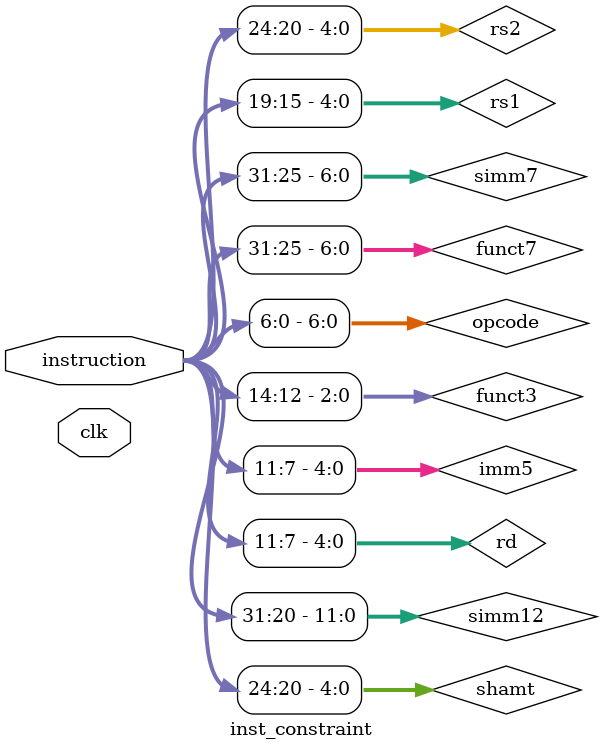
<source format=v>
    module inst_constraint (
  // Inputs
clk,
instruction);

  input clk;
  input [31:0] instruction;

  wire [4:0] shamt;
  wire [11:0] simm12;
  wire [4:0] rd;
  wire [4:0] imm5;
  wire [2:0] funct3;
  wire [6:0] opcode;
  wire [6:0] funct7;
  wire [6:0] simm7;
  wire [4:0] rs1;
  wire [4:0] rs2;

  wire MULH;
  wire SUB;
  wire SW;
  wire SRAI;
  wire MUL;
  wire ANDI;
  wire LW;
  wire MULHU;
  wire SRA;
  wire XOR;
  wire SLT;
  wire SRL;
  wire MULHSU;
  wire ADD;
  wire XORI;
  wire AND;
  wire SLL;
  wire SLTIU;
  wire SRLI;
  wire SLTI;
  wire SLTU;
  wire SLLI;
  wire ORI;
  wire NOP;
  wire OR;
  wire ADDI;

  assign shamt = instruction[24:20];
  assign simm12 = instruction[31:20];
  assign rd = instruction[11:7];
  assign imm5 = instruction[11:7];
  assign funct3 = instruction[14:12];
  assign opcode = instruction[6:0];
  assign funct7 = instruction[31:25];
  assign simm7 = instruction[31:25];
  assign rs1 = instruction[19:15];
  assign rs2 = instruction[24:20];

  assign MULH = (funct3 == 3'b001) && (opcode == 7'b0110011) && (funct7 == 7'b0000001);
  assign SUB = (funct3 == 3'b000) && (opcode == 7'b0110011) && (funct7 == 7'b0100000);
  assign SW = (funct3 == 3'b010) && (opcode == 7'b0100011) && (rs1 == 5'b00000);
  assign SRAI = (funct3 == 3'b101) && (opcode == 7'b0010011) && (funct7 == 7'b0100000);
  assign MUL = (funct3 == 3'b000) && (opcode == 7'b0110011) && (funct7 == 7'b0000001);
  assign ANDI = (funct3 == 3'b111) && (opcode == 7'b0010011);
  assign LW = (funct3 == 3'b010) && (opcode == 7'b0000011) && (rs1 == 5'b00000);
  assign MULHU = (funct3 == 3'b011) && (opcode == 7'b0110011) && (funct7 == 7'b0000001);
  assign SRA = (funct3 == 3'b101) && (opcode == 7'b0110011) && (funct7 == 7'b0100000);
  assign XOR = (funct3 == 3'b100) && (opcode == 7'b0110011) && (funct7 == 7'b0000000);
  assign SLT = (funct3 == 3'b010) && (opcode == 7'b0110011) && (funct7 == 7'b0000000);
  assign SRL = (funct3 == 3'b101) && (opcode == 7'b0110011) && (funct7 == 7'b0000000);
  assign MULHSU = (funct3 == 3'b010) && (opcode == 7'b0110011) && (funct7 == 7'b0000001);
  assign ADD = (funct3 == 3'b000) && (opcode == 7'b0110011) && (funct7 == 7'b0000000);
  assign XORI = (funct3 == 3'b100) && (opcode == 7'b0010011);
  assign AND = (funct3 == 3'b111) && (opcode == 7'b0110011) && (funct7 == 7'b0000000);
  assign SLL = (funct3 == 3'b001) && (opcode == 7'b0110011) && (funct7 == 7'b0000000);
  assign SLTIU = (funct3 == 3'b011) && (opcode == 7'b0010011);
  assign SRLI = (funct3 == 3'b101) && (opcode == 7'b0010011) && (funct7 == 7'b0000000);
  assign SLTI = (funct3 == 3'b010) && (opcode == 7'b0010011);
  assign SLTU = (funct3 == 3'b011) && (opcode == 7'b0110011) && (funct7 == 7'b0000000);
  assign SLLI = (funct3 == 3'b001) && (opcode == 7'b0010011) && (funct7 == 7'b0000000);
  assign ORI = (funct3 == 3'b110) && (opcode == 7'b0010011);
  assign NOP = (opcode == 7'b1111111);
  assign OR = (funct3 == 3'b110) && (opcode == 7'b0110011) && (funct7 == 7'b0000000);
  assign ADDI = (funct3 == 3'b000) && (opcode == 7'b0010011);

endmodule
</source>
